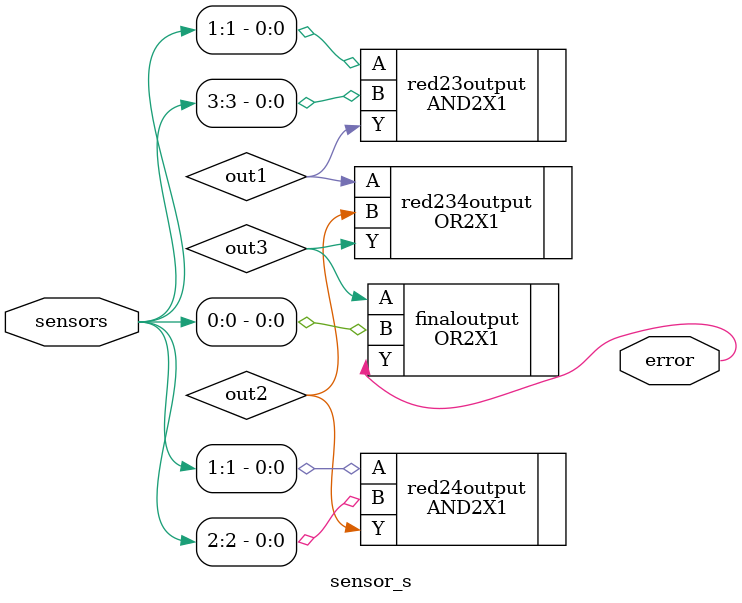
<source format=sv>

module sensor_s
(
	input reg [3:0] sensors, //input from sensors
	output reg error// detector result
);
	wire out1;
	wire out2;
	wire out3;

	AND2X1 red23output(.Y(out1),.A(sensors[1]),.B(sensors[3]));
	AND2X1 red24output (.Y(out2),.A(sensors[1]),.B(sensors[2]));
	OR2X1 red234output (.Y(out3),.A(out1),.B(out2));
	OR2X1 finaloutput (.Y(error),.A(out3),.B(sensors[0]));
	
endmodule
	

</source>
